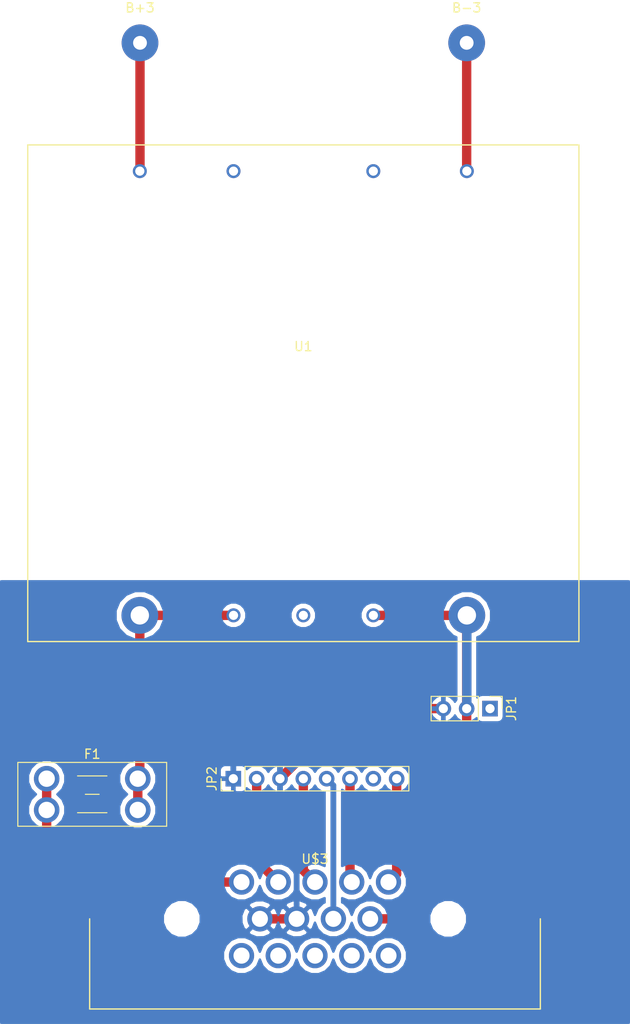
<source format=kicad_pcb>
(kicad_pcb (version 4) (host pcbnew 4.0.7)

  (general
    (links 19)
    (no_connects 0)
    (area 68.874999 46.015 130.605001 156.125001)
    (thickness 1.6)
    (drawings 0)
    (tracks 42)
    (zones 0)
    (modules 7)
    (nets 22)
  )

  (page A4)
  (layers
    (0 F.Cu signal)
    (31 B.Cu signal)
    (32 B.Adhes user)
    (33 F.Adhes user)
    (34 B.Paste user)
    (35 F.Paste user)
    (36 B.SilkS user)
    (37 F.SilkS user)
    (38 B.Mask user)
    (39 F.Mask user)
    (40 Dwgs.User user)
    (41 Cmts.User user)
    (42 Eco1.User user)
    (43 Eco2.User user)
    (44 Edge.Cuts user)
    (45 Margin user)
    (46 B.CrtYd user)
    (47 F.CrtYd user)
    (48 B.Fab user)
    (49 F.Fab user)
  )

  (setup
    (last_trace_width 1.016)
    (user_trace_width 0.635)
    (user_trace_width 1.016)
    (user_trace_width 2.54)
    (trace_clearance 0.2)
    (zone_clearance 0.508)
    (zone_45_only no)
    (trace_min 0.2)
    (segment_width 0.2)
    (edge_width 0.15)
    (via_size 0.6)
    (via_drill 0.4)
    (via_min_size 0.4)
    (via_min_drill 0.3)
    (uvia_size 0.3)
    (uvia_drill 0.1)
    (uvias_allowed no)
    (uvia_min_size 0.2)
    (uvia_min_drill 0.1)
    (pcb_text_width 0.3)
    (pcb_text_size 1.5 1.5)
    (mod_edge_width 0.15)
    (mod_text_size 1 1)
    (mod_text_width 0.15)
    (pad_size 1.524 1.524)
    (pad_drill 0.762)
    (pad_to_mask_clearance 0.2)
    (aux_axis_origin 0 0)
    (visible_elements 7FFFFFFF)
    (pcbplotparams
      (layerselection 0x00030_80000001)
      (usegerberextensions false)
      (excludeedgelayer true)
      (linewidth 0.100000)
      (plotframeref false)
      (viasonmask false)
      (mode 1)
      (useauxorigin false)
      (hpglpennumber 1)
      (hpglpenspeed 20)
      (hpglpendiameter 15)
      (hpglpenoverlay 2)
      (psnegative false)
      (psa4output false)
      (plotreference true)
      (plotvalue true)
      (plotinvisibletext false)
      (padsonsilk false)
      (subtractmaskfromsilk false)
      (outputformat 1)
      (mirror false)
      (drillshape 1)
      (scaleselection 1)
      (outputdirectory ""))
  )

  (net 0 "")
  (net 1 "Net-(B+3-Pad1)")
  (net 2 "Net-(B-3-Pad1)")
  (net 3 /TSEL+)
  (net 4 "Net-(F1-Pad2)")
  (net 5 "Net-(JP1-Pad1)")
  (net 6 /TSEL-)
  (net 7 GND)
  (net 8 /IMD_SUPPLY)
  (net 9 /CHASSIS_GND2)
  (net 10 /D_OUT_HIGH)
  (net 11 /D_OUT_LOW)
  (net 12 "Net-(JP2-Pad7)")
  (net 13 /IMD_FAULT)
  (net 14 "Net-(U$3-Pad10)")
  (net 15 "Net-(U$3-Pad11)")
  (net 16 "Net-(U$3-Pad14)")
  (net 17 "Net-(U$3-Pad13)")
  (net 18 "Net-(U$3-Pad12)")
  (net 19 "Net-(U1-Pad3)")
  (net 20 "Net-(U1-Pad2)")
  (net 21 "Net-(U1-Pad7)")

  (net_class Default "This is the default net class."
    (clearance 0.2)
    (trace_width 0.25)
    (via_dia 0.6)
    (via_drill 0.4)
    (uvia_dia 0.3)
    (uvia_drill 0.1)
    (add_net /CHASSIS_GND2)
    (add_net /D_OUT_HIGH)
    (add_net /D_OUT_LOW)
    (add_net /IMD_FAULT)
    (add_net /IMD_SUPPLY)
    (add_net /TSEL+)
    (add_net /TSEL-)
    (add_net GND)
    (add_net "Net-(B+3-Pad1)")
    (add_net "Net-(B-3-Pad1)")
    (add_net "Net-(F1-Pad2)")
    (add_net "Net-(JP1-Pad1)")
    (add_net "Net-(JP2-Pad7)")
    (add_net "Net-(U$3-Pad10)")
    (add_net "Net-(U$3-Pad11)")
    (add_net "Net-(U$3-Pad12)")
    (add_net "Net-(U$3-Pad13)")
    (add_net "Net-(U$3-Pad14)")
    (add_net "Net-(U1-Pad2)")
    (add_net "Net-(U1-Pad3)")
    (add_net "Net-(U1-Pad7)")
  )

  (module Wire_Pads:SolderWirePad_single_1-5mmDrill (layer F.Cu) (tedit 0) (tstamp 5A78923B)
    (at 82.55 50.8)
    (path /5A282C6A)
    (fp_text reference B+3 (at 0 -3.81) (layer F.SilkS)
      (effects (font (size 1 1) (thickness 0.15)))
    )
    (fp_text value Conn_01x01 (at -0.635 3.81) (layer F.Fab)
      (effects (font (size 1 1) (thickness 0.15)))
    )
    (pad 1 thru_hole circle (at 0 0) (size 4.0005 4.0005) (drill 1.50114) (layers *.Cu *.Mask)
      (net 1 "Net-(B+3-Pad1)"))
  )

  (module Wire_Pads:SolderWirePad_single_1-5mmDrill (layer F.Cu) (tedit 0) (tstamp 5A789240)
    (at 118.11 50.8)
    (path /5A282CDC)
    (fp_text reference B-3 (at 0 -3.81) (layer F.SilkS)
      (effects (font (size 1 1) (thickness 0.15)))
    )
    (fp_text value Conn_01x01 (at -0.635 3.81) (layer F.Fab)
      (effects (font (size 1 1) (thickness 0.15)))
    )
    (pad 1 thru_hole circle (at 0 0) (size 4.0005 4.0005) (drill 1.50114) (layers *.Cu *.Mask)
      (net 2 "Net-(B-3-Pad1)"))
  )

  (module Fuse_Holders_and_Fuses:BladeFuse-Mini_Keystone_3568 (layer F.Cu) (tedit 5980D15A) (tstamp 5A789258)
    (at 72.39 130.81)
    (descr "car blade fuse mini, http://www.keyelco.com/product-pdf.cfm?p=306")
    (tags "car blade fuse mini")
    (path /5A282BE3)
    (fp_text reference F1 (at 4.96 -2.67) (layer F.SilkS)
      (effects (font (size 1 1) (thickness 0.15)))
    )
    (fp_text value Fuse (at 4.96 6.07) (layer F.Fab)
      (effects (font (size 1 1) (thickness 0.15)))
    )
    (fp_line (start -3.04 -1.67) (end -3.04 5.07) (layer F.Fab) (width 0.1))
    (fp_line (start -3.04 5.07) (end 12.96 5.07) (layer F.Fab) (width 0.1))
    (fp_line (start 12.96 5.07) (end 12.96 -1.67) (layer F.Fab) (width 0.1))
    (fp_line (start 12.96 -1.67) (end -3.04 -1.67) (layer F.Fab) (width 0.1))
    (fp_line (start -3.14 -1.77) (end -3.14 5.17) (layer F.SilkS) (width 0.12))
    (fp_line (start -3.14 5.17) (end 13.06 5.17) (layer F.SilkS) (width 0.12))
    (fp_line (start 13.06 5.17) (end 13.06 -1.77) (layer F.SilkS) (width 0.12))
    (fp_line (start 13.06 -1.77) (end -3.14 -1.77) (layer F.SilkS) (width 0.12))
    (fp_line (start 4.21 1.7) (end 5.71 1.7) (layer F.SilkS) (width 0.12))
    (fp_line (start 6.56 3.7) (end 3.36 3.7) (layer F.SilkS) (width 0.12))
    (fp_line (start 3.36 -0.3) (end 6.56 -0.3) (layer F.SilkS) (width 0.12))
    (fp_line (start -3.29 -1.92) (end -3.29 5.32) (layer F.CrtYd) (width 0.05))
    (fp_line (start -3.29 5.32) (end 13.21 5.32) (layer F.CrtYd) (width 0.05))
    (fp_line (start 13.21 5.32) (end 13.21 -1.92) (layer F.CrtYd) (width 0.05))
    (fp_line (start 13.21 -1.92) (end -3.29 -1.92) (layer F.CrtYd) (width 0.05))
    (fp_text user %R (at 4.96 1.7) (layer F.Fab)
      (effects (font (size 1 1) (thickness 0.15)))
    )
    (pad 1 thru_hole circle (at 0 0) (size 2.78 2.78) (drill 1.78) (layers *.Cu *.Mask)
      (net 3 /TSEL+))
    (pad 1 thru_hole circle (at 0 3.4) (size 2.78 2.78) (drill 1.78) (layers *.Cu *.Mask)
      (net 3 /TSEL+))
    (pad 2 thru_hole circle (at 9.92 0) (size 2.78 2.78) (drill 1.78) (layers *.Cu *.Mask)
      (net 4 "Net-(F1-Pad2)"))
    (pad 2 thru_hole circle (at 9.92 3.4) (size 2.78 2.78) (drill 1.78) (layers *.Cu *.Mask)
      (net 4 "Net-(F1-Pad2)"))
    (model ${KISYS3DMOD}/Fuse_Holders_and_Fuses.3dshapes/BladeFuse-Mini_Keystone_3568.wrl
      (at (xyz 0.16 0 0))
      (scale (xyz 0.39 0.39 0.39))
      (rotate (xyz 0 0 0))
    )
  )

  (module Pin_Headers:Pin_Header_Straight_1x03_Pitch2.54mm (layer F.Cu) (tedit 5A81D78D) (tstamp 5A78926F)
    (at 120.65 123.19 270)
    (descr "Through hole straight pin header, 1x03, 2.54mm pitch, single row")
    (tags "Through hole pin header THT 1x03 2.54mm single row")
    (path /5A282E68)
    (fp_text reference JP1 (at 0 -2.33 270) (layer F.SilkS)
      (effects (font (size 1 1) (thickness 0.15)))
    )
    (fp_text value Conn_01x03 (at 1.27 7.62 450) (layer F.Fab)
      (effects (font (size 1 1) (thickness 0.15)))
    )
    (fp_line (start -0.635 -1.27) (end 1.27 -1.27) (layer F.Fab) (width 0.1))
    (fp_line (start 1.27 -1.27) (end 1.27 6.35) (layer F.Fab) (width 0.1))
    (fp_line (start 1.27 6.35) (end -1.27 6.35) (layer F.Fab) (width 0.1))
    (fp_line (start -1.27 6.35) (end -1.27 -0.635) (layer F.Fab) (width 0.1))
    (fp_line (start -1.27 -0.635) (end -0.635 -1.27) (layer F.Fab) (width 0.1))
    (fp_line (start -1.33 6.41) (end 1.33 6.41) (layer F.SilkS) (width 0.12))
    (fp_line (start -1.33 1.27) (end -1.33 6.41) (layer F.SilkS) (width 0.12))
    (fp_line (start 1.33 1.27) (end 1.33 6.41) (layer F.SilkS) (width 0.12))
    (fp_line (start -1.33 1.27) (end 1.33 1.27) (layer F.SilkS) (width 0.12))
    (fp_line (start -1.33 0) (end -1.33 -1.33) (layer F.SilkS) (width 0.12))
    (fp_line (start -1.33 -1.33) (end 0 -1.33) (layer F.SilkS) (width 0.12))
    (fp_line (start -1.8 -1.8) (end -1.8 6.85) (layer F.CrtYd) (width 0.05))
    (fp_line (start -1.8 6.85) (end 1.8 6.85) (layer F.CrtYd) (width 0.05))
    (fp_line (start 1.8 6.85) (end 1.8 -1.8) (layer F.CrtYd) (width 0.05))
    (fp_line (start 1.8 -1.8) (end -1.8 -1.8) (layer F.CrtYd) (width 0.05))
    (fp_text user %R (at 0 2.54 450) (layer F.Fab)
      (effects (font (size 1 1) (thickness 0.15)))
    )
    (pad 1 thru_hole rect (at 0 0 270) (size 1.7 1.7) (drill 1) (layers *.Cu *.Mask)
      (net 5 "Net-(JP1-Pad1)"))
    (pad 2 thru_hole oval (at 0 2.54 270) (size 1.7 1.7) (drill 1) (layers *.Cu *.Mask)
      (net 6 /TSEL-))
    (pad 3 thru_hole oval (at 0 5.08 270) (size 1.7 1.7) (drill 1) (layers *.Cu *.Mask)
      (net 7 GND))
    (model ${KISYS3DMOD}/Pin_Headers.3dshapes/Pin_Header_Straight_1x03_Pitch2.54mm.wrl
      (at (xyz 0 0 0))
      (scale (xyz 1 1 1))
      (rotate (xyz 0 0 0))
    )
  )

  (module Pin_Headers:Pin_Header_Straight_1x08_Pitch2.54mm (layer F.Cu) (tedit 5A7B3ED8) (tstamp 5A78928B)
    (at 92.71 130.81 90)
    (descr "Through hole straight pin header, 1x08, 2.54mm pitch, single row")
    (tags "Through hole pin header THT 1x08 2.54mm single row")
    (path /5A2EDCE2)
    (fp_text reference JP2 (at 0 -2.33 90) (layer F.SilkS)
      (effects (font (size 1 1) (thickness 0.15)))
    )
    (fp_text value Conn_01x08 (at 0 -5.08 90) (layer F.Fab)
      (effects (font (size 1 1) (thickness 0.15)))
    )
    (fp_line (start -0.635 -1.27) (end 1.27 -1.27) (layer F.Fab) (width 0.1))
    (fp_line (start 1.27 -1.27) (end 1.27 19.05) (layer F.Fab) (width 0.1))
    (fp_line (start 1.27 19.05) (end -1.27 19.05) (layer F.Fab) (width 0.1))
    (fp_line (start -1.27 19.05) (end -1.27 -0.635) (layer F.Fab) (width 0.1))
    (fp_line (start -1.27 -0.635) (end -0.635 -1.27) (layer F.Fab) (width 0.1))
    (fp_line (start -1.33 19.11) (end 1.33 19.11) (layer F.SilkS) (width 0.12))
    (fp_line (start -1.33 1.27) (end -1.33 19.11) (layer F.SilkS) (width 0.12))
    (fp_line (start 1.33 1.27) (end 1.33 19.11) (layer F.SilkS) (width 0.12))
    (fp_line (start -1.33 1.27) (end 1.33 1.27) (layer F.SilkS) (width 0.12))
    (fp_line (start -1.33 0) (end -1.33 -1.33) (layer F.SilkS) (width 0.12))
    (fp_line (start -1.33 -1.33) (end 0 -1.33) (layer F.SilkS) (width 0.12))
    (fp_line (start -1.8 -1.8) (end -1.8 19.55) (layer F.CrtYd) (width 0.05))
    (fp_line (start -1.8 19.55) (end 1.8 19.55) (layer F.CrtYd) (width 0.05))
    (fp_line (start 1.8 19.55) (end 1.8 -1.8) (layer F.CrtYd) (width 0.05))
    (fp_line (start 1.8 -1.8) (end -1.8 -1.8) (layer F.CrtYd) (width 0.05))
    (fp_text user %R (at 0 8.89 180) (layer F.Fab)
      (effects (font (size 1 1) (thickness 0.15)))
    )
    (pad 1 thru_hole rect (at 0 0 90) (size 1.7 1.7) (drill 1) (layers *.Cu *.Mask)
      (net 7 GND))
    (pad 2 thru_hole oval (at 0 2.54 90) (size 1.7 1.7) (drill 1) (layers *.Cu *.Mask)
      (net 8 /IMD_SUPPLY))
    (pad 3 thru_hole oval (at 0 5.08 90) (size 1.7 1.7) (drill 1) (layers *.Cu *.Mask)
      (net 7 GND))
    (pad 4 thru_hole oval (at 0 7.62 90) (size 1.7 1.7) (drill 1) (layers *.Cu *.Mask)
      (net 9 /CHASSIS_GND2))
    (pad 5 thru_hole oval (at 0 10.16 90) (size 1.7 1.7) (drill 1) (layers *.Cu *.Mask)
      (net 10 /D_OUT_HIGH))
    (pad 6 thru_hole oval (at 0 12.7 90) (size 1.7 1.7) (drill 1) (layers *.Cu *.Mask)
      (net 11 /D_OUT_LOW))
    (pad 7 thru_hole oval (at 0 15.24 90) (size 1.7 1.7) (drill 1) (layers *.Cu *.Mask)
      (net 12 "Net-(JP2-Pad7)"))
    (pad 8 thru_hole oval (at 0 17.78 90) (size 1.7 1.7) (drill 1) (layers *.Cu *.Mask)
      (net 13 /IMD_FAULT))
    (model ${KISYS3DMOD}/Pin_Headers.3dshapes/Pin_Header_Straight_1x08_Pitch2.54mm.wrl
      (at (xyz 0 0 0))
      (scale (xyz 1 1 1))
      (rotate (xyz 0 0 0))
    )
  )

  (module TuftsRacing2018:AMP14 (layer F.Cu) (tedit 5A669731) (tstamp 5A7892A2)
    (at 101.6 146.05)
    (path /5A2ED351)
    (fp_text reference U$3 (at 0 -6.5) (layer F.SilkS)
      (effects (font (size 1 1) (thickness 0.15)))
    )
    (fp_text value AMPSEAL14 (at 0.635 6.35) (layer F.Fab)
      (effects (font (size 1 1) (thickness 0.15)))
    )
    (fp_line (start -24.53 9.8) (end 24.53 9.8) (layer F.SilkS) (width 0.15))
    (fp_line (start 24.53 9.8) (end 24.53 0) (layer F.SilkS) (width 0.15))
    (fp_line (start -24.53 0) (end -24.53 9.8) (layer F.SilkS) (width 0.15))
    (pad 10 thru_hole circle (at -8 4) (size 2.75 2.75) (drill 1.75) (layers *.Cu *.Mask)
      (net 14 "Net-(U$3-Pad10)"))
    (pad 11 thru_hole circle (at -4 4) (size 2.75 2.75) (drill 1.75) (layers *.Cu *.Mask)
      (net 15 "Net-(U$3-Pad11)"))
    (pad 14 thru_hole circle (at 8 4) (size 2.75 2.75) (drill 1.75) (layers *.Cu *.Mask)
      (net 16 "Net-(U$3-Pad14)"))
    (pad 13 thru_hole circle (at 4 4) (size 2.75 2.75) (drill 1.75) (layers *.Cu *.Mask)
      (net 17 "Net-(U$3-Pad13)"))
    (pad 12 thru_hole circle (at 0 4) (size 2.75 2.75) (drill 1.75) (layers *.Cu *.Mask)
      (net 18 "Net-(U$3-Pad12)"))
    (pad 7 thru_hole circle (at -2 0) (size 2.75 2.75) (drill 1.75) (layers *.Cu *.Mask)
      (net 7 GND))
    (pad 8 thru_hole circle (at 2 0) (size 2.75 2.75) (drill 1.75) (layers *.Cu *.Mask)
      (net 10 /D_OUT_HIGH))
    (pad 6 thru_hole circle (at -6 0) (size 2.75 2.75) (drill 1.75) (layers *.Cu *.Mask)
      (net 7 GND))
    (pad 9 thru_hole circle (at 6 0) (size 2.75 2.75) (drill 1.75) (layers *.Cu *.Mask)
      (net 6 /TSEL-))
    (pad "" np_thru_hole circle (at -14.5 0) (size 2.85 2.85) (drill 2.85) (layers *.Cu *.Mask))
    (pad 3 thru_hole circle (at 0 -4) (size 2.75 2.75) (drill 1.75) (layers *.Cu *.Mask)
      (net 9 /CHASSIS_GND2))
    (pad 1 thru_hole circle (at -8 -4) (size 2.75 2.75) (drill 1.75) (layers *.Cu *.Mask)
      (net 3 /TSEL+))
    (pad 2 thru_hole circle (at -4 -4) (size 2.75 2.75) (drill 1.75) (layers *.Cu *.Mask)
      (net 8 /IMD_SUPPLY))
    (pad 5 thru_hole circle (at 8 -4) (size 2.75 2.75) (drill 1.75) (layers *.Cu *.Mask)
      (net 13 /IMD_FAULT))
    (pad 4 thru_hole circle (at 4 -4) (size 2.75 2.75) (drill 1.75) (layers *.Cu *.Mask)
      (net 11 /D_OUT_LOW))
    (pad "" np_thru_hole circle (at 14.5 0) (size 2.85 2.85) (drill 2.85) (layers *.Cu *.Mask))
  )

  (module TuftsRacing2018:VICOR (layer F.Cu) (tedit 5A661D74) (tstamp 5A7892B3)
    (at 100.33 88.9)
    (path /5A1C5270)
    (fp_text reference U1 (at 0 -5.08) (layer F.SilkS)
      (effects (font (size 1 1) (thickness 0.15)))
    )
    (fp_text value VICOR (at 0 -10.16) (layer F.Fab)
      (effects (font (size 1 1) (thickness 0.15)))
    )
    (fp_line (start -30 -27) (end -30 27) (layer F.SilkS) (width 0.15))
    (fp_line (start -30 27) (end 30 27) (layer F.SilkS) (width 0.15))
    (fp_line (start 30 27) (end 30 -27) (layer F.SilkS) (width 0.15))
    (fp_line (start 30 -27) (end -30 -27) (layer F.SilkS) (width 0.15))
    (pad 4 thru_hole circle (at 17.8 -24.15) (size 1.524 1.524) (drill 1) (layers *.Cu *.Mask)
      (net 2 "Net-(B-3-Pad1)"))
    (pad 3 thru_hole circle (at 7.62 -24.15) (size 1.524 1.524) (drill 1) (layers *.Cu *.Mask)
      (net 19 "Net-(U1-Pad3)"))
    (pad 2 thru_hole circle (at -7.6 -24.15) (size 1.524 1.524) (drill 1) (layers *.Cu *.Mask)
      (net 20 "Net-(U1-Pad2)"))
    (pad 1 thru_hole circle (at -17.8 -24.15) (size 1.524 1.524) (drill 1) (layers *.Cu *.Mask)
      (net 1 "Net-(B+3-Pad1)"))
    (pad 5 thru_hole circle (at -17.8 24.15) (size 4 4) (drill 2) (layers *.Cu *.Mask)
      (net 4 "Net-(F1-Pad2)"))
    (pad 6 thru_hole circle (at -7.6 24.15) (size 1.524 1.524) (drill 1) (layers *.Cu *.Mask)
      (net 4 "Net-(F1-Pad2)"))
    (pad 7 thru_hole circle (at 0 24.15) (size 1.524 1.524) (drill 1) (layers *.Cu *.Mask)
      (net 21 "Net-(U1-Pad7)"))
    (pad 8 thru_hole circle (at 7.62 24.15) (size 1.524 1.524) (drill 1) (layers *.Cu *.Mask)
      (net 6 /TSEL-))
    (pad 9 thru_hole circle (at 17.8 24.15) (size 4 4) (drill 2) (layers *.Cu *.Mask)
      (net 6 /TSEL-))
  )

  (segment (start 82.55 50.8) (end 82.55 64.73) (width 1.016) (layer F.Cu) (net 1))
  (segment (start 82.55 64.73) (end 82.53 64.75) (width 1.016) (layer F.Cu) (net 1) (tstamp 5A8B1021))
  (segment (start 118.11 50.8) (end 118.11 64.73) (width 1.016) (layer F.Cu) (net 2))
  (segment (start 118.11 64.73) (end 118.13 64.75) (width 1.016) (layer F.Cu) (net 2) (tstamp 5A8B1024))
  (segment (start 72.58 142.05) (end 93.6 142.05) (width 1.016) (layer F.Cu) (net 3) (tstamp 5A81D3FE))
  (segment (start 72.39 142.24) (end 72.58 142.05) (width 1.016) (layer F.Cu) (net 3) (tstamp 5A81D3F5))
  (segment (start 72.39 134.21) (end 72.39 142.24) (width 1.016) (layer F.Cu) (net 3))
  (segment (start 72.39 130.81) (end 72.39 134.21) (width 1.016) (layer F.Cu) (net 3))
  (segment (start 82.31 130.81) (end 82.31 134.21) (width 1.016) (layer F.Cu) (net 4))
  (segment (start 82.53 113.05) (end 82.53 130.59) (width 1.016) (layer F.Cu) (net 4))
  (segment (start 82.53 130.59) (end 82.31 130.81) (width 1.016) (layer F.Cu) (net 4) (tstamp 5A81CAAC))
  (segment (start 92.73 113.05) (end 82.53 113.05) (width 1.016) (layer F.Cu) (net 4))
  (segment (start 118.13 113.05) (end 118.13 123.17) (width 1.016) (layer B.Cu) (net 6))
  (segment (start 118.13 123.17) (end 118.11 123.19) (width 1.016) (layer B.Cu) (net 6) (tstamp 5A8B0FBE))
  (segment (start 118.11 134.62) (end 118.11 138.43) (width 1.016) (layer F.Cu) (net 6) (tstamp 5A81D4A4))
  (segment (start 110.49 146.05) (end 107.6 146.05) (width 1.016) (layer F.Cu) (net 6) (tstamp 5A81D42A))
  (segment (start 118.11 138.43) (end 110.49 146.05) (width 1.016) (layer F.Cu) (net 6) (tstamp 5A81D422))
  (segment (start 118.11 130.81) (end 118.11 134.62) (width 1.016) (layer F.Cu) (net 6))
  (segment (start 118.11 113.07) (end 118.11 125.73) (width 1.016) (layer F.Cu) (net 6) (tstamp 5A81CBF8))
  (segment (start 118.11 125.73) (end 118.11 130.81) (width 1.016) (layer F.Cu) (net 6) (tstamp 5A81D49C))
  (segment (start 107.95 113.05) (end 118.13 113.05) (width 1.016) (layer F.Cu) (net 6))
  (segment (start 118.13 113.05) (end 118.11 113.07) (width 1.016) (layer F.Cu) (net 6) (tstamp 5A81CBF2))
  (segment (start 92.71 130.81) (end 92.71 127) (width 0.635) (layer B.Cu) (net 7))
  (segment (start 97.79 127) (end 97.79 130.81) (width 0.635) (layer B.Cu) (net 7) (tstamp 5A8B0F27))
  (segment (start 92.71 127) (end 97.79 127) (width 0.635) (layer B.Cu) (net 7) (tstamp 5A8B0F22))
  (segment (start 97.79 130.81) (end 97.79 139.7) (width 0.635) (layer B.Cu) (net 7) (tstamp 5A8B0F2A))
  (segment (start 97.79 139.7) (end 99.06 139.7) (width 0.635) (layer B.Cu) (net 7) (tstamp 5A8B0F2D))
  (segment (start 99.06 139.7) (end 99.6 140.24) (width 0.635) (layer B.Cu) (net 7) (tstamp 5A8B0F3A))
  (segment (start 99.6 140.24) (end 99.6 146.05) (width 0.635) (layer B.Cu) (net 7) (tstamp 5A8B0F3B))
  (segment (start 99.6 146.05) (end 95.6 146.05) (width 1.016) (layer F.Cu) (net 7))
  (segment (start 115.57 123.19) (end 105.41 123.19) (width 1.016) (layer F.Cu) (net 7))
  (segment (start 105.41 123.19) (end 97.79 130.81) (width 1.016) (layer F.Cu) (net 7) (tstamp 5A81D907))
  (segment (start 95.25 130.81) (end 95.25 139.7) (width 1.016) (layer F.Cu) (net 8))
  (segment (start 95.25 139.7) (end 97.6 142.05) (width 1.016) (layer F.Cu) (net 8) (tstamp 5A81D03C))
  (segment (start 100.33 130.81) (end 100.33 140.78) (width 1.016) (layer F.Cu) (net 9))
  (segment (start 100.33 140.78) (end 101.6 142.05) (width 1.016) (layer F.Cu) (net 9) (tstamp 5A81D00C))
  (segment (start 103.6 146.05) (end 103.6 131.54) (width 0.635) (layer B.Cu) (net 10))
  (segment (start 103.6 131.54) (end 102.87 130.81) (width 0.635) (layer B.Cu) (net 10) (tstamp 5A8B0F8B))
  (segment (start 105.41 130.81) (end 105.41 141.86) (width 1.016) (layer F.Cu) (net 11))
  (segment (start 105.41 141.86) (end 105.6 142.05) (width 1.016) (layer F.Cu) (net 11) (tstamp 5A81CFE1))
  (segment (start 110.49 130.81) (end 110.49 141.16) (width 1.016) (layer F.Cu) (net 13))
  (segment (start 110.49 141.16) (end 109.6 142.05) (width 1.016) (layer F.Cu) (net 13) (tstamp 5A81D04F))

  (zone (net 7) (net_name GND) (layer B.Cu) (tstamp 5A8B12A1) (hatch edge 0.508)
    (connect_pads (clearance 0.508))
    (min_thickness 0.254)
    (fill yes (arc_segments 16) (thermal_gap 0.508) (thermal_bridge_width 0.508))
    (polygon
      (pts
        (xy 135.89 157.48) (xy 67.31 157.48) (xy 67.31 109.22) (xy 135.89 109.22)
      )
    )
    (filled_polygon
      (pts
        (xy 135.763 157.353) (xy 67.437 157.353) (xy 67.437 150.44806) (xy 91.589652 150.44806) (xy 91.895012 151.187086)
        (xy 92.45994 151.753001) (xy 93.198432 152.05965) (xy 93.99806 152.060348) (xy 94.737086 151.754988) (xy 95.303001 151.19006)
        (xy 95.600353 150.473958) (xy 95.895012 151.187086) (xy 96.45994 151.753001) (xy 97.198432 152.05965) (xy 97.99806 152.060348)
        (xy 98.737086 151.754988) (xy 99.303001 151.19006) (xy 99.600353 150.473958) (xy 99.895012 151.187086) (xy 100.45994 151.753001)
        (xy 101.198432 152.05965) (xy 101.99806 152.060348) (xy 102.737086 151.754988) (xy 103.303001 151.19006) (xy 103.600353 150.473958)
        (xy 103.895012 151.187086) (xy 104.45994 151.753001) (xy 105.198432 152.05965) (xy 105.99806 152.060348) (xy 106.737086 151.754988)
        (xy 107.303001 151.19006) (xy 107.600353 150.473958) (xy 107.895012 151.187086) (xy 108.45994 151.753001) (xy 109.198432 152.05965)
        (xy 109.99806 152.060348) (xy 110.737086 151.754988) (xy 111.303001 151.19006) (xy 111.60965 150.451568) (xy 111.610348 149.65194)
        (xy 111.304988 148.912914) (xy 110.74006 148.346999) (xy 110.001568 148.04035) (xy 109.20194 148.039652) (xy 108.462914 148.345012)
        (xy 107.896999 148.90994) (xy 107.599647 149.626042) (xy 107.304988 148.912914) (xy 106.74006 148.346999) (xy 106.001568 148.04035)
        (xy 105.20194 148.039652) (xy 104.462914 148.345012) (xy 103.896999 148.90994) (xy 103.599647 149.626042) (xy 103.304988 148.912914)
        (xy 102.74006 148.346999) (xy 102.001568 148.04035) (xy 101.20194 148.039652) (xy 100.462914 148.345012) (xy 99.896999 148.90994)
        (xy 99.599647 149.626042) (xy 99.304988 148.912914) (xy 98.74006 148.346999) (xy 98.001568 148.04035) (xy 97.20194 148.039652)
        (xy 96.462914 148.345012) (xy 95.896999 148.90994) (xy 95.599647 149.626042) (xy 95.304988 148.912914) (xy 94.74006 148.346999)
        (xy 94.001568 148.04035) (xy 93.20194 148.039652) (xy 92.462914 148.345012) (xy 91.896999 148.90994) (xy 91.59035 149.648432)
        (xy 91.589652 150.44806) (xy 67.437 150.44806) (xy 67.437 146.457962) (xy 85.039643 146.457962) (xy 85.352599 147.215372)
        (xy 85.93158 147.795365) (xy 86.688443 148.109642) (xy 87.507962 148.110357) (xy 88.265372 147.797401) (xy 88.589679 147.473659)
        (xy 94.355946 147.473659) (xy 94.500467 147.779444) (xy 95.245993 148.068571) (xy 96.045414 148.050389) (xy 96.699533 147.779444)
        (xy 96.844054 147.473659) (xy 98.355946 147.473659) (xy 98.500467 147.779444) (xy 99.245993 148.068571) (xy 100.045414 148.050389)
        (xy 100.699533 147.779444) (xy 100.844054 147.473659) (xy 99.6 146.229605) (xy 98.355946 147.473659) (xy 96.844054 147.473659)
        (xy 95.6 146.229605) (xy 94.355946 147.473659) (xy 88.589679 147.473659) (xy 88.845365 147.21842) (xy 89.159642 146.461557)
        (xy 89.160309 145.695993) (xy 93.581429 145.695993) (xy 93.599611 146.495414) (xy 93.870556 147.149533) (xy 94.176341 147.294054)
        (xy 95.420395 146.05) (xy 95.779605 146.05) (xy 97.023659 147.294054) (xy 97.329444 147.149533) (xy 97.598698 146.455252)
        (xy 97.599611 146.495414) (xy 97.870556 147.149533) (xy 98.176341 147.294054) (xy 99.420395 146.05) (xy 98.176341 144.805946)
        (xy 97.870556 144.950467) (xy 97.601302 145.644748) (xy 97.600389 145.604586) (xy 97.329444 144.950467) (xy 97.023659 144.805946)
        (xy 95.779605 146.05) (xy 95.420395 146.05) (xy 94.176341 144.805946) (xy 93.870556 144.950467) (xy 93.581429 145.695993)
        (xy 89.160309 145.695993) (xy 89.160357 145.642038) (xy 88.847401 144.884628) (xy 88.589565 144.626341) (xy 94.355946 144.626341)
        (xy 95.6 145.870395) (xy 96.844054 144.626341) (xy 98.355946 144.626341) (xy 99.6 145.870395) (xy 100.844054 144.626341)
        (xy 100.699533 144.320556) (xy 99.954007 144.031429) (xy 99.154586 144.049611) (xy 98.500467 144.320556) (xy 98.355946 144.626341)
        (xy 96.844054 144.626341) (xy 96.699533 144.320556) (xy 95.954007 144.031429) (xy 95.154586 144.049611) (xy 94.500467 144.320556)
        (xy 94.355946 144.626341) (xy 88.589565 144.626341) (xy 88.26842 144.304635) (xy 87.511557 143.990358) (xy 86.692038 143.989643)
        (xy 85.934628 144.302599) (xy 85.354635 144.88158) (xy 85.040358 145.638443) (xy 85.039643 146.457962) (xy 67.437 146.457962)
        (xy 67.437 142.44806) (xy 91.589652 142.44806) (xy 91.895012 143.187086) (xy 92.45994 143.753001) (xy 93.198432 144.05965)
        (xy 93.99806 144.060348) (xy 94.737086 143.754988) (xy 95.303001 143.19006) (xy 95.600353 142.473958) (xy 95.895012 143.187086)
        (xy 96.45994 143.753001) (xy 97.198432 144.05965) (xy 97.99806 144.060348) (xy 98.737086 143.754988) (xy 99.303001 143.19006)
        (xy 99.600353 142.473958) (xy 99.895012 143.187086) (xy 100.45994 143.753001) (xy 101.198432 144.05965) (xy 101.99806 144.060348)
        (xy 102.6475 143.792004) (xy 102.6475 144.268742) (xy 102.462914 144.345012) (xy 101.896999 144.90994) (xy 101.600813 145.623234)
        (xy 101.600389 145.604586) (xy 101.329444 144.950467) (xy 101.023659 144.805946) (xy 99.779605 146.05) (xy 101.023659 147.294054)
        (xy 101.329444 147.149533) (xy 101.595757 146.462835) (xy 101.895012 147.187086) (xy 102.45994 147.753001) (xy 103.198432 148.05965)
        (xy 103.99806 148.060348) (xy 104.737086 147.754988) (xy 105.303001 147.19006) (xy 105.600353 146.473958) (xy 105.895012 147.187086)
        (xy 106.45994 147.753001) (xy 107.198432 148.05965) (xy 107.99806 148.060348) (xy 108.737086 147.754988) (xy 109.303001 147.19006)
        (xy 109.606994 146.457962) (xy 114.039643 146.457962) (xy 114.352599 147.215372) (xy 114.93158 147.795365) (xy 115.688443 148.109642)
        (xy 116.507962 148.110357) (xy 117.265372 147.797401) (xy 117.845365 147.21842) (xy 118.159642 146.461557) (xy 118.160357 145.642038)
        (xy 117.847401 144.884628) (xy 117.26842 144.304635) (xy 116.511557 143.990358) (xy 115.692038 143.989643) (xy 114.934628 144.302599)
        (xy 114.354635 144.88158) (xy 114.040358 145.638443) (xy 114.039643 146.457962) (xy 109.606994 146.457962) (xy 109.60965 146.451568)
        (xy 109.610348 145.65194) (xy 109.304988 144.912914) (xy 108.74006 144.346999) (xy 108.001568 144.04035) (xy 107.20194 144.039652)
        (xy 106.462914 144.345012) (xy 105.896999 144.90994) (xy 105.599647 145.626042) (xy 105.304988 144.912914) (xy 104.74006 144.346999)
        (xy 104.5525 144.269117) (xy 104.5525 143.791435) (xy 105.198432 144.05965) (xy 105.99806 144.060348) (xy 106.737086 143.754988)
        (xy 107.303001 143.19006) (xy 107.600353 142.473958) (xy 107.895012 143.187086) (xy 108.45994 143.753001) (xy 109.198432 144.05965)
        (xy 109.99806 144.060348) (xy 110.737086 143.754988) (xy 111.303001 143.19006) (xy 111.60965 142.451568) (xy 111.610348 141.65194)
        (xy 111.304988 140.912914) (xy 110.74006 140.346999) (xy 110.001568 140.04035) (xy 109.20194 140.039652) (xy 108.462914 140.345012)
        (xy 107.896999 140.90994) (xy 107.599647 141.626042) (xy 107.304988 140.912914) (xy 106.74006 140.346999) (xy 106.001568 140.04035)
        (xy 105.20194 140.039652) (xy 104.5525 140.307996) (xy 104.5525 132.017807) (xy 104.841715 132.211054) (xy 105.41 132.324093)
        (xy 105.978285 132.211054) (xy 106.460054 131.889147) (xy 106.68 131.559974) (xy 106.899946 131.889147) (xy 107.381715 132.211054)
        (xy 107.95 132.324093) (xy 108.518285 132.211054) (xy 109.000054 131.889147) (xy 109.22 131.559974) (xy 109.439946 131.889147)
        (xy 109.921715 132.211054) (xy 110.49 132.324093) (xy 111.058285 132.211054) (xy 111.540054 131.889147) (xy 111.861961 131.407378)
        (xy 111.975 130.839093) (xy 111.975 130.780907) (xy 111.861961 130.212622) (xy 111.540054 129.730853) (xy 111.058285 129.408946)
        (xy 110.49 129.295907) (xy 109.921715 129.408946) (xy 109.439946 129.730853) (xy 109.22 130.060026) (xy 109.000054 129.730853)
        (xy 108.518285 129.408946) (xy 107.95 129.295907) (xy 107.381715 129.408946) (xy 106.899946 129.730853) (xy 106.68 130.060026)
        (xy 106.460054 129.730853) (xy 105.978285 129.408946) (xy 105.41 129.295907) (xy 104.841715 129.408946) (xy 104.359946 129.730853)
        (xy 104.14 130.060026) (xy 103.920054 129.730853) (xy 103.438285 129.408946) (xy 102.87 129.295907) (xy 102.301715 129.408946)
        (xy 101.819946 129.730853) (xy 101.6 130.060026) (xy 101.380054 129.730853) (xy 100.898285 129.408946) (xy 100.33 129.295907)
        (xy 99.761715 129.408946) (xy 99.279946 129.730853) (xy 99.052298 130.071553) (xy 98.985183 129.928642) (xy 98.556924 129.538355)
        (xy 98.14689 129.368524) (xy 97.917 129.489845) (xy 97.917 130.683) (xy 97.937 130.683) (xy 97.937 130.937)
        (xy 97.917 130.937) (xy 97.917 132.130155) (xy 98.14689 132.251476) (xy 98.556924 132.081645) (xy 98.985183 131.691358)
        (xy 99.052298 131.548447) (xy 99.279946 131.889147) (xy 99.761715 132.211054) (xy 100.33 132.324093) (xy 100.898285 132.211054)
        (xy 101.380054 131.889147) (xy 101.6 131.559974) (xy 101.819946 131.889147) (xy 102.301715 132.211054) (xy 102.6475 132.279835)
        (xy 102.6475 140.308565) (xy 102.001568 140.04035) (xy 101.20194 140.039652) (xy 100.462914 140.345012) (xy 99.896999 140.90994)
        (xy 99.599647 141.626042) (xy 99.304988 140.912914) (xy 98.74006 140.346999) (xy 98.001568 140.04035) (xy 97.20194 140.039652)
        (xy 96.462914 140.345012) (xy 95.896999 140.90994) (xy 95.599647 141.626042) (xy 95.304988 140.912914) (xy 94.74006 140.346999)
        (xy 94.001568 140.04035) (xy 93.20194 140.039652) (xy 92.462914 140.345012) (xy 91.896999 140.90994) (xy 91.59035 141.648432)
        (xy 91.589652 142.44806) (xy 67.437 142.44806) (xy 67.437 131.21103) (xy 70.364649 131.21103) (xy 70.672288 131.955572)
        (xy 71.226216 132.510468) (xy 70.67429 133.061432) (xy 70.365352 133.805435) (xy 70.364649 134.61103) (xy 70.672288 135.355572)
        (xy 71.241432 135.92571) (xy 71.985435 136.234648) (xy 72.79103 136.235351) (xy 73.535572 135.927712) (xy 74.10571 135.358568)
        (xy 74.414648 134.614565) (xy 74.415351 133.80897) (xy 74.107712 133.064428) (xy 73.553784 132.509532) (xy 74.10571 131.958568)
        (xy 74.414648 131.214565) (xy 74.414651 131.21103) (xy 80.284649 131.21103) (xy 80.592288 131.955572) (xy 81.146216 132.510468)
        (xy 80.59429 133.061432) (xy 80.285352 133.805435) (xy 80.284649 134.61103) (xy 80.592288 135.355572) (xy 81.161432 135.92571)
        (xy 81.905435 136.234648) (xy 82.71103 136.235351) (xy 83.455572 135.927712) (xy 84.02571 135.358568) (xy 84.334648 134.614565)
        (xy 84.335351 133.80897) (xy 84.027712 133.064428) (xy 83.473784 132.509532) (xy 84.02571 131.958568) (xy 84.334648 131.214565)
        (xy 84.334751 131.09575) (xy 91.225 131.09575) (xy 91.225 131.786309) (xy 91.321673 132.019698) (xy 91.500301 132.198327)
        (xy 91.73369 132.295) (xy 92.42425 132.295) (xy 92.583 132.13625) (xy 92.583 130.937) (xy 91.38375 130.937)
        (xy 91.225 131.09575) (xy 84.334751 131.09575) (xy 84.335351 130.40897) (xy 84.097651 129.833691) (xy 91.225 129.833691)
        (xy 91.225 130.52425) (xy 91.38375 130.683) (xy 92.583 130.683) (xy 92.583 129.48375) (xy 92.837 129.48375)
        (xy 92.837 130.683) (xy 92.857 130.683) (xy 92.857 130.937) (xy 92.837 130.937) (xy 92.837 132.13625)
        (xy 92.99575 132.295) (xy 93.68631 132.295) (xy 93.919699 132.198327) (xy 94.098327 132.019698) (xy 94.170597 131.845223)
        (xy 94.199946 131.889147) (xy 94.681715 132.211054) (xy 95.25 132.324093) (xy 95.818285 132.211054) (xy 96.300054 131.889147)
        (xy 96.527702 131.548447) (xy 96.594817 131.691358) (xy 97.023076 132.081645) (xy 97.43311 132.251476) (xy 97.663 132.130155)
        (xy 97.663 130.937) (xy 97.643 130.937) (xy 97.643 130.683) (xy 97.663 130.683) (xy 97.663 129.489845)
        (xy 97.43311 129.368524) (xy 97.023076 129.538355) (xy 96.594817 129.928642) (xy 96.527702 130.071553) (xy 96.300054 129.730853)
        (xy 95.818285 129.408946) (xy 95.25 129.295907) (xy 94.681715 129.408946) (xy 94.199946 129.730853) (xy 94.170597 129.774777)
        (xy 94.098327 129.600302) (xy 93.919699 129.421673) (xy 93.68631 129.325) (xy 92.99575 129.325) (xy 92.837 129.48375)
        (xy 92.583 129.48375) (xy 92.42425 129.325) (xy 91.73369 129.325) (xy 91.500301 129.421673) (xy 91.321673 129.600302)
        (xy 91.225 129.833691) (xy 84.097651 129.833691) (xy 84.027712 129.664428) (xy 83.458568 129.09429) (xy 82.714565 128.785352)
        (xy 81.90897 128.784649) (xy 81.164428 129.092288) (xy 80.59429 129.661432) (xy 80.285352 130.405435) (xy 80.284649 131.21103)
        (xy 74.414651 131.21103) (xy 74.415351 130.40897) (xy 74.107712 129.664428) (xy 73.538568 129.09429) (xy 72.794565 128.785352)
        (xy 71.98897 128.784649) (xy 71.244428 129.092288) (xy 70.67429 129.661432) (xy 70.365352 130.405435) (xy 70.364649 131.21103)
        (xy 67.437 131.21103) (xy 67.437 123.546892) (xy 114.128514 123.546892) (xy 114.374817 124.071358) (xy 114.803076 124.461645)
        (xy 115.21311 124.631476) (xy 115.443 124.510155) (xy 115.443 123.317) (xy 114.249181 123.317) (xy 114.128514 123.546892)
        (xy 67.437 123.546892) (xy 67.437 122.833108) (xy 114.128514 122.833108) (xy 114.249181 123.063) (xy 115.443 123.063)
        (xy 115.443 121.869845) (xy 115.21311 121.748524) (xy 114.803076 121.918355) (xy 114.374817 122.308642) (xy 114.128514 122.833108)
        (xy 67.437 122.833108) (xy 67.437 113.571834) (xy 79.894543 113.571834) (xy 80.294853 114.540658) (xy 81.035443 115.282542)
        (xy 82.003567 115.684542) (xy 83.051834 115.685457) (xy 84.020658 115.285147) (xy 84.762542 114.544557) (xy 85.164542 113.576433)
        (xy 85.16476 113.326661) (xy 91.332758 113.326661) (xy 91.54499 113.840303) (xy 91.93763 114.233629) (xy 92.4509 114.446757)
        (xy 93.006661 114.447242) (xy 93.520303 114.23501) (xy 93.913629 113.84237) (xy 94.126757 113.3291) (xy 94.126759 113.326661)
        (xy 98.932758 113.326661) (xy 99.14499 113.840303) (xy 99.53763 114.233629) (xy 100.0509 114.446757) (xy 100.606661 114.447242)
        (xy 101.120303 114.23501) (xy 101.513629 113.84237) (xy 101.726757 113.3291) (xy 101.726759 113.326661) (xy 106.552758 113.326661)
        (xy 106.76499 113.840303) (xy 107.15763 114.233629) (xy 107.6709 114.446757) (xy 108.226661 114.447242) (xy 108.740303 114.23501)
        (xy 109.133629 113.84237) (xy 109.245965 113.571834) (xy 115.494543 113.571834) (xy 115.894853 114.540658) (xy 116.635443 115.282542)
        (xy 116.987 115.428521) (xy 116.987 122.220025) (xy 116.832298 122.451553) (xy 116.765183 122.308642) (xy 116.336924 121.918355)
        (xy 115.92689 121.748524) (xy 115.697 121.869845) (xy 115.697 123.063) (xy 115.717 123.063) (xy 115.717 123.317)
        (xy 115.697 123.317) (xy 115.697 124.510155) (xy 115.92689 124.631476) (xy 116.336924 124.461645) (xy 116.765183 124.071358)
        (xy 116.832298 123.928447) (xy 117.059946 124.269147) (xy 117.541715 124.591054) (xy 118.11 124.704093) (xy 118.678285 124.591054)
        (xy 119.160054 124.269147) (xy 119.18785 124.227548) (xy 119.196838 124.275317) (xy 119.33591 124.491441) (xy 119.54811 124.636431)
        (xy 119.8 124.68744) (xy 121.5 124.68744) (xy 121.735317 124.643162) (xy 121.951441 124.50409) (xy 122.096431 124.29189)
        (xy 122.14744 124.04) (xy 122.14744 122.34) (xy 122.103162 122.104683) (xy 121.96409 121.888559) (xy 121.75189 121.743569)
        (xy 121.5 121.69256) (xy 119.8 121.69256) (xy 119.564683 121.736838) (xy 119.348559 121.87591) (xy 119.273 121.986494)
        (xy 119.273 115.428796) (xy 119.620658 115.285147) (xy 120.362542 114.544557) (xy 120.764542 113.576433) (xy 120.765457 112.528166)
        (xy 120.365147 111.559342) (xy 119.624557 110.817458) (xy 118.656433 110.415458) (xy 117.608166 110.414543) (xy 116.639342 110.814853)
        (xy 115.897458 111.555443) (xy 115.495458 112.523567) (xy 115.494543 113.571834) (xy 109.245965 113.571834) (xy 109.346757 113.3291)
        (xy 109.347242 112.773339) (xy 109.13501 112.259697) (xy 108.74237 111.866371) (xy 108.2291 111.653243) (xy 107.673339 111.652758)
        (xy 107.159697 111.86499) (xy 106.766371 112.25763) (xy 106.553243 112.7709) (xy 106.552758 113.326661) (xy 101.726759 113.326661)
        (xy 101.727242 112.773339) (xy 101.51501 112.259697) (xy 101.12237 111.866371) (xy 100.6091 111.653243) (xy 100.053339 111.652758)
        (xy 99.539697 111.86499) (xy 99.146371 112.25763) (xy 98.933243 112.7709) (xy 98.932758 113.326661) (xy 94.126759 113.326661)
        (xy 94.127242 112.773339) (xy 93.91501 112.259697) (xy 93.52237 111.866371) (xy 93.0091 111.653243) (xy 92.453339 111.652758)
        (xy 91.939697 111.86499) (xy 91.546371 112.25763) (xy 91.333243 112.7709) (xy 91.332758 113.326661) (xy 85.16476 113.326661)
        (xy 85.165457 112.528166) (xy 84.765147 111.559342) (xy 84.024557 110.817458) (xy 83.056433 110.415458) (xy 82.008166 110.414543)
        (xy 81.039342 110.814853) (xy 80.297458 111.555443) (xy 79.895458 112.523567) (xy 79.894543 113.571834) (xy 67.437 113.571834)
        (xy 67.437 109.347) (xy 135.763 109.347)
      )
    )
  )
)

</source>
